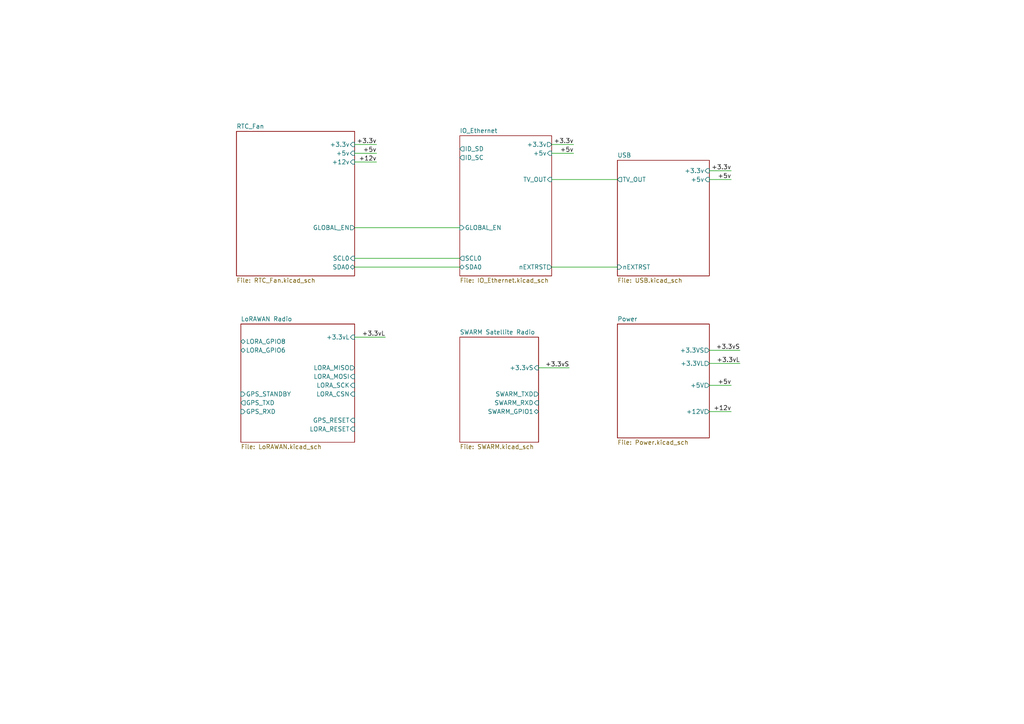
<source format=kicad_sch>
(kicad_sch (version 20211123) (generator eeschema)
  (paper "A4")
  (lib_symbols)
  (wire (pts (xy 102.87 66.04) (xy 133.35 66.04)))
  (wire (pts (xy 102.87 74.93) (xy 133.35 74.93)))
  (wire (pts (xy 205.74 119.38) (xy 212.09 119.38)))
  (wire (pts (xy 160.02 77.47) (xy 179.07 77.47)))
  (wire (pts (xy 205.74 49.53) (xy 212.09 49.53)))
  (wire (pts (xy 102.87 77.47) (xy 133.35 77.47)))
  (wire (pts (xy 205.74 52.07) (xy 212.09 52.07)))
  (wire (pts (xy 160.02 52.07) (xy 179.07 52.07)))
  (wire (pts (xy 160.02 44.45) (xy 166.37 44.45)))
  (wire (pts (xy 205.74 111.76) (xy 212.09 111.76)))
  (wire (pts (xy 102.87 46.99) (xy 109.22 46.99)))
  (wire (pts (xy 102.87 44.45) (xy 109.22 44.45)))
  (wire (pts (xy 160.02 41.91) (xy 166.37 41.91)))
  (wire (pts (xy 102.87 41.91) (xy 109.22 41.91)))
  (wire (pts (xy 102.87 97.79) (xy 111.76 97.79)))
  (wire (pts (xy 156.21 106.68) (xy 165.1 106.68)))
  (wire (pts (xy 205.74 101.6) (xy 214.63 101.6)))
  (wire (pts (xy 205.74 105.41) (xy 214.63 105.41)))
  (label "+12v" (at 212.09 119.38 180))
  (label "+5v" (at 166.37 44.45 180))
  (label "+5v" (at 212.09 52.07 180))
  (label "+3.3vS" (at 214.63 101.6 180))
  (label "+3.3vL" (at 111.76 97.79 180))
  (label "+5v" (at 212.09 111.76 180))
  (label "+3.3v" (at 212.09 49.53 180))
  (label "+3.3vL" (at 214.63 105.41 180))
  (label "+3.3v" (at 109.22 41.91 180))
  (label "+3.3vS" (at 165.1 106.68 180))
  (label "+5v" (at 109.22 44.45 180))
  (label "+12v" (at 109.22 46.99 180))
  (label "+3.3v" (at 166.37 41.91 180))
  (sheet (at 68.58 38.1) (size 34.29 41.91) (stroke (width 0.1524))
    (property "Sheet name" "RTC_Fan" (at 68.58 37.3884 0) (effects (justify left bottom)))
    (property "Sheet file" "RTC_Fan.kicad_sch" (at 68.58 80.5946 0) (effects (justify left top)))
    (pin "+12v" input (at 102.87 46.99 0))
    (pin "+3.3v" input (at 102.87 41.91 0))
    (pin "GLOBAL_EN" output (at 102.87 66.04 0))
    (pin "+5v" input (at 102.87 44.45 0))
    (pin "SCL0" input (at 102.87 74.93 0))
    (pin "SDA0" bidirectional (at 102.87 77.47 0))
  )
  (sheet (at 133.35 97.79) (size 22.86 30.48) (stroke (width 0.1524))
    (property "Sheet name" "SWARM Satellite Radio" (at 133.35 97.0784 0) (effects (justify left bottom)))
    (property "Sheet file" "SWARM.kicad_sch" (at 133.35 128.8546 0) (effects (justify left top)))
    (pin "+3.3vS" input (at 156.21 106.68 0))
    (pin "SWARM_RXD" input (at 156.21 116.84 0))
    (pin "SWARM_TXD" output (at 156.21 114.3 0))
    (pin "SWARM_GPIO1" bidirectional (at 156.21 119.38 0))
  )
  (sheet (at 179.07 93.98) (size 26.67 33.02) (stroke (width 0.1524))
    (property "Sheet name" "Power" (at 179.07 93.2684 0) (effects (justify left bottom)))
    (property "Sheet file" "Power.kicad_sch" (at 179.07 127.5846 0) (effects (justify left top)))
    (pin "+5V" output (at 205.74 111.76 0))
    (pin "+12V" output (at 205.74 119.38 0))
    (pin "+3.3VL" output (at 205.74 105.41 0))
    (pin "+3.3VS" output (at 205.74 101.6 0))
  )
  (sheet (at 179.07 46.482) (size 26.67 33.528) (stroke (width 0.1524))
    (property "Sheet name" "USB" (at 179.07 45.7704 0) (effects (justify left bottom)))
    (property "Sheet file" "USB.kicad_sch" (at 179.07 80.5946 0) (effects (justify left top)))
    (pin "TV_OUT" output (at 179.07 52.07 180))
    (pin "+3.3v" input (at 205.74 49.53 0))
    (pin "nEXTRST" input (at 179.07 77.47 180))
    (pin "+5v" input (at 205.74 52.07 0))
  )
  (sheet (at 133.35 39.37) (size 26.67 40.64) (stroke (width 0.1524))
    (property "Sheet name" "IO_Ethernet" (at 133.35 38.6584 0) (effects (justify left bottom)))
    (property "Sheet file" "IO_Ethernet.kicad_sch" (at 133.35 80.5946 0) (effects (justify left top)))
    (pin "nEXTRST" output (at 160.02 77.47 0))
    (pin "+3.3v" output (at 160.02 41.91 0))
    (pin "ID_SD" output (at 133.35 43.18 180))
    (pin "TV_OUT" input (at 160.02 52.07 0))
    (pin "+5v" input (at 160.02 44.45 0))
    (pin "GLOBAL_EN" input (at 133.35 66.04 180))
    (pin "ID_SC" output (at 133.35 45.72 180))
    (pin "SCL0" output (at 133.35 74.93 180))
    (pin "SDA0" bidirectional (at 133.35 77.47 180))
  )
  (sheet (at 69.85 93.98) (size 33.02 34.29) (stroke (width 0.1524))
    (property "Sheet name" "LoRAWAN Radio" (at 69.85 93.2684 0) (effects (justify left bottom)))
    (property "Sheet file" "LoRAWAN.kicad_sch" (at 69.85 128.8546 0) (effects (justify left top)))
    (pin "+3.3vL" input (at 102.87 97.79 0))
    (pin "GPS_RESET" input (at 102.87 121.92 0))
    (pin "GPS_STANDBY" input (at 69.85 114.3 180))
    (pin "GPS_RXD" input (at 69.85 119.38 180))
    (pin "LORA_CSN" input (at 102.87 114.3 0))
    (pin "LORA_MOSI" input (at 102.87 109.22 0))
    (pin "LORA_MISO" output (at 102.87 106.68 0))
    (pin "LORA_SCK" input (at 102.87 111.76 0))
    (pin "GPS_TXD" output (at 69.85 116.84 180))
    (pin "LORA_RESET" input (at 102.87 124.46 0))
    (pin "LORA_GPIO8" bidirectional (at 69.85 99.06 180))
    (pin "LORA_GPIO6" bidirectional (at 69.85 101.6 180))
  )
)
</source>
